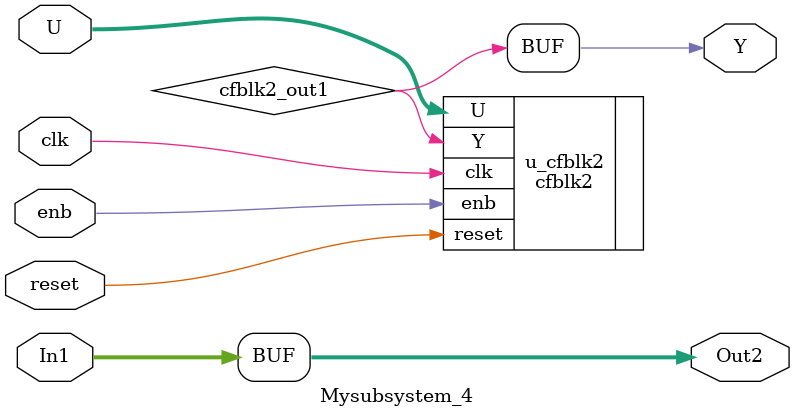
<source format=v>



`timescale 1 ns / 1 ns

module Mysubsystem_4
          (clk,
           reset,
           enb,
           In1,
           U,
           Y,
           Out2);


  input   clk;
  input   reset;
  input   enb;
  input   [7:0] In1;  // uint8
  input   [7:0] U;  // uint8
  output  Y;
  output  [7:0] Out2;  // uint8


  wire cfblk2_out1;


  cfblk2 u_cfblk2 (.clk(clk),
                   .reset(reset),
                   .enb(enb),
                   .U(U),  // uint8
                   .Y(cfblk2_out1)
                   );

  assign Y = cfblk2_out1;

  assign Out2 = In1;

endmodule  // Mysubsystem_4


</source>
